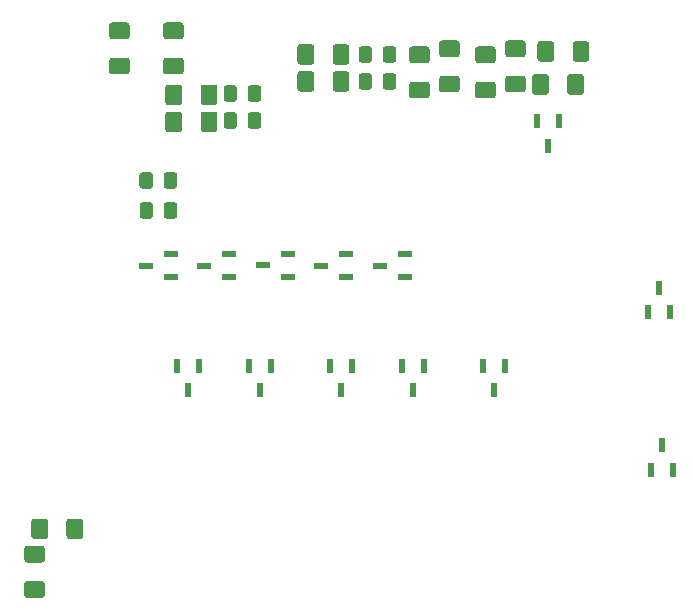
<source format=gbr>
G04 #@! TF.GenerationSoftware,KiCad,Pcbnew,(5.1.6)-1*
G04 #@! TF.CreationDate,2020-10-21T13:59:54+11:00*
G04 #@! TF.ProjectId,DashDriver-V1,44617368-4472-4697-9665-722d56312e6b,rev?*
G04 #@! TF.SameCoordinates,Original*
G04 #@! TF.FileFunction,Paste,Bot*
G04 #@! TF.FilePolarity,Positive*
%FSLAX46Y46*%
G04 Gerber Fmt 4.6, Leading zero omitted, Abs format (unit mm)*
G04 Created by KiCad (PCBNEW (5.1.6)-1) date 2020-10-21 13:59:54*
%MOMM*%
%LPD*%
G01*
G04 APERTURE LIST*
%ADD10R,1.300000X0.600000*%
%ADD11R,0.600000X1.300000*%
G04 APERTURE END LIST*
D10*
X120152000Y-58321000D03*
X120152000Y-60221000D03*
X118052000Y-59271000D03*
X115199000Y-58321000D03*
X115199000Y-60221000D03*
X113099000Y-59271000D03*
X110246000Y-58318000D03*
X110246000Y-60218000D03*
X108146000Y-59268000D03*
X105293000Y-58321000D03*
X105293000Y-60221000D03*
X103193000Y-59271000D03*
X100340000Y-58321000D03*
X100340000Y-60221000D03*
X98240000Y-59271000D03*
G36*
G01*
X91530600Y-82197200D02*
X91530600Y-80947200D01*
G75*
G02*
X91780600Y-80697200I250000J0D01*
G01*
X92705600Y-80697200D01*
G75*
G02*
X92955600Y-80947200I0J-250000D01*
G01*
X92955600Y-82197200D01*
G75*
G02*
X92705600Y-82447200I-250000J0D01*
G01*
X91780600Y-82447200D01*
G75*
G02*
X91530600Y-82197200I0J250000D01*
G01*
G37*
G36*
G01*
X88555600Y-82197200D02*
X88555600Y-80947200D01*
G75*
G02*
X88805600Y-80697200I250000J0D01*
G01*
X89730600Y-80697200D01*
G75*
G02*
X89980600Y-80947200I0J-250000D01*
G01*
X89980600Y-82197200D01*
G75*
G02*
X89730600Y-82447200I-250000J0D01*
G01*
X88805600Y-82447200D01*
G75*
G02*
X88555600Y-82197200I0J250000D01*
G01*
G37*
G36*
G01*
X89450200Y-84429400D02*
X88200200Y-84429400D01*
G75*
G02*
X87950200Y-84179400I0J250000D01*
G01*
X87950200Y-83254400D01*
G75*
G02*
X88200200Y-83004400I250000J0D01*
G01*
X89450200Y-83004400D01*
G75*
G02*
X89700200Y-83254400I0J-250000D01*
G01*
X89700200Y-84179400D01*
G75*
G02*
X89450200Y-84429400I-250000J0D01*
G01*
G37*
G36*
G01*
X89450200Y-87404400D02*
X88200200Y-87404400D01*
G75*
G02*
X87950200Y-87154400I0J250000D01*
G01*
X87950200Y-86229400D01*
G75*
G02*
X88200200Y-85979400I250000J0D01*
G01*
X89450200Y-85979400D01*
G75*
G02*
X89700200Y-86229400I0J-250000D01*
G01*
X89700200Y-87154400D01*
G75*
G02*
X89450200Y-87404400I-250000J0D01*
G01*
G37*
D11*
X142912000Y-76577000D03*
X141012000Y-76577000D03*
X141962000Y-74477000D03*
X142658000Y-63242000D03*
X140758000Y-63242000D03*
X141708000Y-61142000D03*
G36*
G01*
X99764000Y-55060001D02*
X99764000Y-54159999D01*
G75*
G02*
X100013999Y-53910000I249999J0D01*
G01*
X100664001Y-53910000D01*
G75*
G02*
X100914000Y-54159999I0J-249999D01*
G01*
X100914000Y-55060001D01*
G75*
G02*
X100664001Y-55310000I-249999J0D01*
G01*
X100013999Y-55310000D01*
G75*
G02*
X99764000Y-55060001I0J249999D01*
G01*
G37*
G36*
G01*
X97714000Y-55060001D02*
X97714000Y-54159999D01*
G75*
G02*
X97963999Y-53910000I249999J0D01*
G01*
X98614001Y-53910000D01*
G75*
G02*
X98864000Y-54159999I0J-249999D01*
G01*
X98864000Y-55060001D01*
G75*
G02*
X98614001Y-55310000I-249999J0D01*
G01*
X97963999Y-55310000D01*
G75*
G02*
X97714000Y-55060001I0J249999D01*
G01*
G37*
G36*
G01*
X99755000Y-52520001D02*
X99755000Y-51619999D01*
G75*
G02*
X100004999Y-51370000I249999J0D01*
G01*
X100655001Y-51370000D01*
G75*
G02*
X100905000Y-51619999I0J-249999D01*
G01*
X100905000Y-52520001D01*
G75*
G02*
X100655001Y-52770000I-249999J0D01*
G01*
X100004999Y-52770000D01*
G75*
G02*
X99755000Y-52520001I0J249999D01*
G01*
G37*
G36*
G01*
X97705000Y-52520001D02*
X97705000Y-51619999D01*
G75*
G02*
X97954999Y-51370000I249999J0D01*
G01*
X98605001Y-51370000D01*
G75*
G02*
X98855000Y-51619999I0J-249999D01*
G01*
X98855000Y-52520001D01*
G75*
G02*
X98605001Y-52770000I-249999J0D01*
G01*
X97954999Y-52770000D01*
G75*
G02*
X97705000Y-52520001I0J249999D01*
G01*
G37*
G36*
G01*
X118306000Y-41852001D02*
X118306000Y-40951999D01*
G75*
G02*
X118555999Y-40702000I249999J0D01*
G01*
X119206001Y-40702000D01*
G75*
G02*
X119456000Y-40951999I0J-249999D01*
G01*
X119456000Y-41852001D01*
G75*
G02*
X119206001Y-42102000I-249999J0D01*
G01*
X118555999Y-42102000D01*
G75*
G02*
X118306000Y-41852001I0J249999D01*
G01*
G37*
G36*
G01*
X116256000Y-41852001D02*
X116256000Y-40951999D01*
G75*
G02*
X116505999Y-40702000I249999J0D01*
G01*
X117156001Y-40702000D01*
G75*
G02*
X117406000Y-40951999I0J-249999D01*
G01*
X117406000Y-41852001D01*
G75*
G02*
X117156001Y-42102000I-249999J0D01*
G01*
X116505999Y-42102000D01*
G75*
G02*
X116256000Y-41852001I0J249999D01*
G01*
G37*
G36*
G01*
X118306000Y-44138001D02*
X118306000Y-43237999D01*
G75*
G02*
X118555999Y-42988000I249999J0D01*
G01*
X119206001Y-42988000D01*
G75*
G02*
X119456000Y-43237999I0J-249999D01*
G01*
X119456000Y-44138001D01*
G75*
G02*
X119206001Y-44388000I-249999J0D01*
G01*
X118555999Y-44388000D01*
G75*
G02*
X118306000Y-44138001I0J249999D01*
G01*
G37*
G36*
G01*
X116256000Y-44138001D02*
X116256000Y-43237999D01*
G75*
G02*
X116505999Y-42988000I249999J0D01*
G01*
X117156001Y-42988000D01*
G75*
G02*
X117406000Y-43237999I0J-249999D01*
G01*
X117406000Y-44138001D01*
G75*
G02*
X117156001Y-44388000I-249999J0D01*
G01*
X116505999Y-44388000D01*
G75*
G02*
X116256000Y-44138001I0J249999D01*
G01*
G37*
G36*
G01*
X104826000Y-45154001D02*
X104826000Y-44253999D01*
G75*
G02*
X105075999Y-44004000I249999J0D01*
G01*
X105726001Y-44004000D01*
G75*
G02*
X105976000Y-44253999I0J-249999D01*
G01*
X105976000Y-45154001D01*
G75*
G02*
X105726001Y-45404000I-249999J0D01*
G01*
X105075999Y-45404000D01*
G75*
G02*
X104826000Y-45154001I0J249999D01*
G01*
G37*
G36*
G01*
X106876000Y-45154001D02*
X106876000Y-44253999D01*
G75*
G02*
X107125999Y-44004000I249999J0D01*
G01*
X107776001Y-44004000D01*
G75*
G02*
X108026000Y-44253999I0J-249999D01*
G01*
X108026000Y-45154001D01*
G75*
G02*
X107776001Y-45404000I-249999J0D01*
G01*
X107125999Y-45404000D01*
G75*
G02*
X106876000Y-45154001I0J249999D01*
G01*
G37*
G36*
G01*
X104826000Y-47440001D02*
X104826000Y-46539999D01*
G75*
G02*
X105075999Y-46290000I249999J0D01*
G01*
X105726001Y-46290000D01*
G75*
G02*
X105976000Y-46539999I0J-249999D01*
G01*
X105976000Y-47440001D01*
G75*
G02*
X105726001Y-47690000I-249999J0D01*
G01*
X105075999Y-47690000D01*
G75*
G02*
X104826000Y-47440001I0J249999D01*
G01*
G37*
G36*
G01*
X106876000Y-47440001D02*
X106876000Y-46539999D01*
G75*
G02*
X107125999Y-46290000I249999J0D01*
G01*
X107776001Y-46290000D01*
G75*
G02*
X108026000Y-46539999I0J-249999D01*
G01*
X108026000Y-47440001D01*
G75*
G02*
X107776001Y-47690000I-249999J0D01*
G01*
X107125999Y-47690000D01*
G75*
G02*
X106876000Y-47440001I0J249999D01*
G01*
G37*
X132310000Y-49145000D03*
X133260000Y-47045000D03*
X131360000Y-47045000D03*
X100880000Y-67746000D03*
X102780000Y-67746000D03*
X101830000Y-69846000D03*
X107926000Y-69846000D03*
X108876000Y-67746000D03*
X106976000Y-67746000D03*
X119930000Y-67746000D03*
X121830000Y-67746000D03*
X120880000Y-69846000D03*
X127738000Y-69846000D03*
X128688000Y-67746000D03*
X126788000Y-67746000D03*
X113834000Y-67746000D03*
X115734000Y-67746000D03*
X114784000Y-69846000D03*
G36*
G01*
X95387000Y-41669000D02*
X96637000Y-41669000D01*
G75*
G02*
X96887000Y-41919000I0J-250000D01*
G01*
X96887000Y-42844000D01*
G75*
G02*
X96637000Y-43094000I-250000J0D01*
G01*
X95387000Y-43094000D01*
G75*
G02*
X95137000Y-42844000I0J250000D01*
G01*
X95137000Y-41919000D01*
G75*
G02*
X95387000Y-41669000I250000J0D01*
G01*
G37*
G36*
G01*
X95387000Y-38694000D02*
X96637000Y-38694000D01*
G75*
G02*
X96887000Y-38944000I0J-250000D01*
G01*
X96887000Y-39869000D01*
G75*
G02*
X96637000Y-40119000I-250000J0D01*
G01*
X95387000Y-40119000D01*
G75*
G02*
X95137000Y-39869000I0J250000D01*
G01*
X95137000Y-38944000D01*
G75*
G02*
X95387000Y-38694000I250000J0D01*
G01*
G37*
G36*
G01*
X99959000Y-38694000D02*
X101209000Y-38694000D01*
G75*
G02*
X101459000Y-38944000I0J-250000D01*
G01*
X101459000Y-39869000D01*
G75*
G02*
X101209000Y-40119000I-250000J0D01*
G01*
X99959000Y-40119000D01*
G75*
G02*
X99709000Y-39869000I0J250000D01*
G01*
X99709000Y-38944000D01*
G75*
G02*
X99959000Y-38694000I250000J0D01*
G01*
G37*
G36*
G01*
X99959000Y-41669000D02*
X101209000Y-41669000D01*
G75*
G02*
X101459000Y-41919000I0J-250000D01*
G01*
X101459000Y-42844000D01*
G75*
G02*
X101209000Y-43094000I-250000J0D01*
G01*
X99959000Y-43094000D01*
G75*
G02*
X99709000Y-42844000I0J250000D01*
G01*
X99709000Y-41919000D01*
G75*
G02*
X99959000Y-41669000I250000J0D01*
G01*
G37*
G36*
G01*
X130165000Y-41643000D02*
X128915000Y-41643000D01*
G75*
G02*
X128665000Y-41393000I0J250000D01*
G01*
X128665000Y-40468000D01*
G75*
G02*
X128915000Y-40218000I250000J0D01*
G01*
X130165000Y-40218000D01*
G75*
G02*
X130415000Y-40468000I0J-250000D01*
G01*
X130415000Y-41393000D01*
G75*
G02*
X130165000Y-41643000I-250000J0D01*
G01*
G37*
G36*
G01*
X130165000Y-44618000D02*
X128915000Y-44618000D01*
G75*
G02*
X128665000Y-44368000I0J250000D01*
G01*
X128665000Y-43443000D01*
G75*
G02*
X128915000Y-43193000I250000J0D01*
G01*
X130165000Y-43193000D01*
G75*
G02*
X130415000Y-43443000I0J-250000D01*
G01*
X130415000Y-44368000D01*
G75*
G02*
X130165000Y-44618000I-250000J0D01*
G01*
G37*
G36*
G01*
X127625000Y-45126000D02*
X126375000Y-45126000D01*
G75*
G02*
X126125000Y-44876000I0J250000D01*
G01*
X126125000Y-43951000D01*
G75*
G02*
X126375000Y-43701000I250000J0D01*
G01*
X127625000Y-43701000D01*
G75*
G02*
X127875000Y-43951000I0J-250000D01*
G01*
X127875000Y-44876000D01*
G75*
G02*
X127625000Y-45126000I-250000J0D01*
G01*
G37*
G36*
G01*
X127625000Y-42151000D02*
X126375000Y-42151000D01*
G75*
G02*
X126125000Y-41901000I0J250000D01*
G01*
X126125000Y-40976000D01*
G75*
G02*
X126375000Y-40726000I250000J0D01*
G01*
X127625000Y-40726000D01*
G75*
G02*
X127875000Y-40976000I0J-250000D01*
G01*
X127875000Y-41901000D01*
G75*
G02*
X127625000Y-42151000I-250000J0D01*
G01*
G37*
G36*
G01*
X135804000Y-40523000D02*
X135804000Y-41773000D01*
G75*
G02*
X135554000Y-42023000I-250000J0D01*
G01*
X134629000Y-42023000D01*
G75*
G02*
X134379000Y-41773000I0J250000D01*
G01*
X134379000Y-40523000D01*
G75*
G02*
X134629000Y-40273000I250000J0D01*
G01*
X135554000Y-40273000D01*
G75*
G02*
X135804000Y-40523000I0J-250000D01*
G01*
G37*
G36*
G01*
X132829000Y-40523000D02*
X132829000Y-41773000D01*
G75*
G02*
X132579000Y-42023000I-250000J0D01*
G01*
X131654000Y-42023000D01*
G75*
G02*
X131404000Y-41773000I0J250000D01*
G01*
X131404000Y-40523000D01*
G75*
G02*
X131654000Y-40273000I250000J0D01*
G01*
X132579000Y-40273000D01*
G75*
G02*
X132829000Y-40523000I0J-250000D01*
G01*
G37*
G36*
G01*
X133923200Y-44567000D02*
X133923200Y-43317000D01*
G75*
G02*
X134173200Y-43067000I250000J0D01*
G01*
X135098200Y-43067000D01*
G75*
G02*
X135348200Y-43317000I0J-250000D01*
G01*
X135348200Y-44567000D01*
G75*
G02*
X135098200Y-44817000I-250000J0D01*
G01*
X134173200Y-44817000D01*
G75*
G02*
X133923200Y-44567000I0J250000D01*
G01*
G37*
G36*
G01*
X130948200Y-44567000D02*
X130948200Y-43317000D01*
G75*
G02*
X131198200Y-43067000I250000J0D01*
G01*
X132123200Y-43067000D01*
G75*
G02*
X132373200Y-43317000I0J-250000D01*
G01*
X132373200Y-44567000D01*
G75*
G02*
X132123200Y-44817000I-250000J0D01*
G01*
X131198200Y-44817000D01*
G75*
G02*
X130948200Y-44567000I0J250000D01*
G01*
G37*
G36*
G01*
X124577000Y-41643000D02*
X123327000Y-41643000D01*
G75*
G02*
X123077000Y-41393000I0J250000D01*
G01*
X123077000Y-40468000D01*
G75*
G02*
X123327000Y-40218000I250000J0D01*
G01*
X124577000Y-40218000D01*
G75*
G02*
X124827000Y-40468000I0J-250000D01*
G01*
X124827000Y-41393000D01*
G75*
G02*
X124577000Y-41643000I-250000J0D01*
G01*
G37*
G36*
G01*
X124577000Y-44618000D02*
X123327000Y-44618000D01*
G75*
G02*
X123077000Y-44368000I0J250000D01*
G01*
X123077000Y-43443000D01*
G75*
G02*
X123327000Y-43193000I250000J0D01*
G01*
X124577000Y-43193000D01*
G75*
G02*
X124827000Y-43443000I0J-250000D01*
G01*
X124827000Y-44368000D01*
G75*
G02*
X124577000Y-44618000I-250000J0D01*
G01*
G37*
G36*
G01*
X122037000Y-42151000D02*
X120787000Y-42151000D01*
G75*
G02*
X120537000Y-41901000I0J250000D01*
G01*
X120537000Y-40976000D01*
G75*
G02*
X120787000Y-40726000I250000J0D01*
G01*
X122037000Y-40726000D01*
G75*
G02*
X122287000Y-40976000I0J-250000D01*
G01*
X122287000Y-41901000D01*
G75*
G02*
X122037000Y-42151000I-250000J0D01*
G01*
G37*
G36*
G01*
X122037000Y-45126000D02*
X120787000Y-45126000D01*
G75*
G02*
X120537000Y-44876000I0J250000D01*
G01*
X120537000Y-43951000D01*
G75*
G02*
X120787000Y-43701000I250000J0D01*
G01*
X122037000Y-43701000D01*
G75*
G02*
X122287000Y-43951000I0J-250000D01*
G01*
X122287000Y-44876000D01*
G75*
G02*
X122037000Y-45126000I-250000J0D01*
G01*
G37*
G36*
G01*
X112509000Y-43063000D02*
X112509000Y-44313000D01*
G75*
G02*
X112259000Y-44563000I-250000J0D01*
G01*
X111334000Y-44563000D01*
G75*
G02*
X111084000Y-44313000I0J250000D01*
G01*
X111084000Y-43063000D01*
G75*
G02*
X111334000Y-42813000I250000J0D01*
G01*
X112259000Y-42813000D01*
G75*
G02*
X112509000Y-43063000I0J-250000D01*
G01*
G37*
G36*
G01*
X115484000Y-43063000D02*
X115484000Y-44313000D01*
G75*
G02*
X115234000Y-44563000I-250000J0D01*
G01*
X114309000Y-44563000D01*
G75*
G02*
X114059000Y-44313000I0J250000D01*
G01*
X114059000Y-43063000D01*
G75*
G02*
X114309000Y-42813000I250000J0D01*
G01*
X115234000Y-42813000D01*
G75*
G02*
X115484000Y-43063000I0J-250000D01*
G01*
G37*
G36*
G01*
X112509000Y-40777000D02*
X112509000Y-42027000D01*
G75*
G02*
X112259000Y-42277000I-250000J0D01*
G01*
X111334000Y-42277000D01*
G75*
G02*
X111084000Y-42027000I0J250000D01*
G01*
X111084000Y-40777000D01*
G75*
G02*
X111334000Y-40527000I250000J0D01*
G01*
X112259000Y-40527000D01*
G75*
G02*
X112509000Y-40777000I0J-250000D01*
G01*
G37*
G36*
G01*
X115484000Y-40777000D02*
X115484000Y-42027000D01*
G75*
G02*
X115234000Y-42277000I-250000J0D01*
G01*
X114309000Y-42277000D01*
G75*
G02*
X114059000Y-42027000I0J250000D01*
G01*
X114059000Y-40777000D01*
G75*
G02*
X114309000Y-40527000I250000J0D01*
G01*
X115234000Y-40527000D01*
G75*
G02*
X115484000Y-40777000I0J-250000D01*
G01*
G37*
G36*
G01*
X104308000Y-46492000D02*
X104308000Y-47742000D01*
G75*
G02*
X104058000Y-47992000I-250000J0D01*
G01*
X103133000Y-47992000D01*
G75*
G02*
X102883000Y-47742000I0J250000D01*
G01*
X102883000Y-46492000D01*
G75*
G02*
X103133000Y-46242000I250000J0D01*
G01*
X104058000Y-46242000D01*
G75*
G02*
X104308000Y-46492000I0J-250000D01*
G01*
G37*
G36*
G01*
X101333000Y-46492000D02*
X101333000Y-47742000D01*
G75*
G02*
X101083000Y-47992000I-250000J0D01*
G01*
X100158000Y-47992000D01*
G75*
G02*
X99908000Y-47742000I0J250000D01*
G01*
X99908000Y-46492000D01*
G75*
G02*
X100158000Y-46242000I250000J0D01*
G01*
X101083000Y-46242000D01*
G75*
G02*
X101333000Y-46492000I0J-250000D01*
G01*
G37*
G36*
G01*
X101333000Y-44206000D02*
X101333000Y-45456000D01*
G75*
G02*
X101083000Y-45706000I-250000J0D01*
G01*
X100158000Y-45706000D01*
G75*
G02*
X99908000Y-45456000I0J250000D01*
G01*
X99908000Y-44206000D01*
G75*
G02*
X100158000Y-43956000I250000J0D01*
G01*
X101083000Y-43956000D01*
G75*
G02*
X101333000Y-44206000I0J-250000D01*
G01*
G37*
G36*
G01*
X104308000Y-44206000D02*
X104308000Y-45456000D01*
G75*
G02*
X104058000Y-45706000I-250000J0D01*
G01*
X103133000Y-45706000D01*
G75*
G02*
X102883000Y-45456000I0J250000D01*
G01*
X102883000Y-44206000D01*
G75*
G02*
X103133000Y-43956000I250000J0D01*
G01*
X104058000Y-43956000D01*
G75*
G02*
X104308000Y-44206000I0J-250000D01*
G01*
G37*
M02*

</source>
